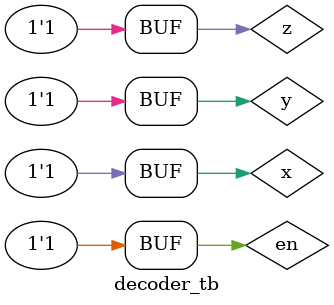
<source format=v>
module decoder_3_8(en,x,y,z,out);

input en,x,y,z;
output [7:0] out;

wire notx,noty,notz;

not n1(notx,x),
    n2(noty,y),
    n3(notz,z);

and g0(out[0],en,notx,noty,notz),
    g1(out[1],en,notx,noty,z),
    g2(out[2],en,notx,y,notz),
    g3(out[3],en,notx,y,z),
    g4(out[4],en,x,noty,notz),
    g5(out[5],en,x,noty,z),
    g6(out[6],en,x,y,notz),
    g7(out[7],en,x,y,z);

endmodule

module decoder_tb;
reg en,x,y,z;
wire [7:0] out;
decoder_3_8 dc(en,x,y,z,out);
initial
    begin
	{en,x,y,z}=4'b0000;
	repeat(15)
	#10 {en,x,y,z}={en,x,y,z}+4'b0001;
    end
endmodule

</source>
